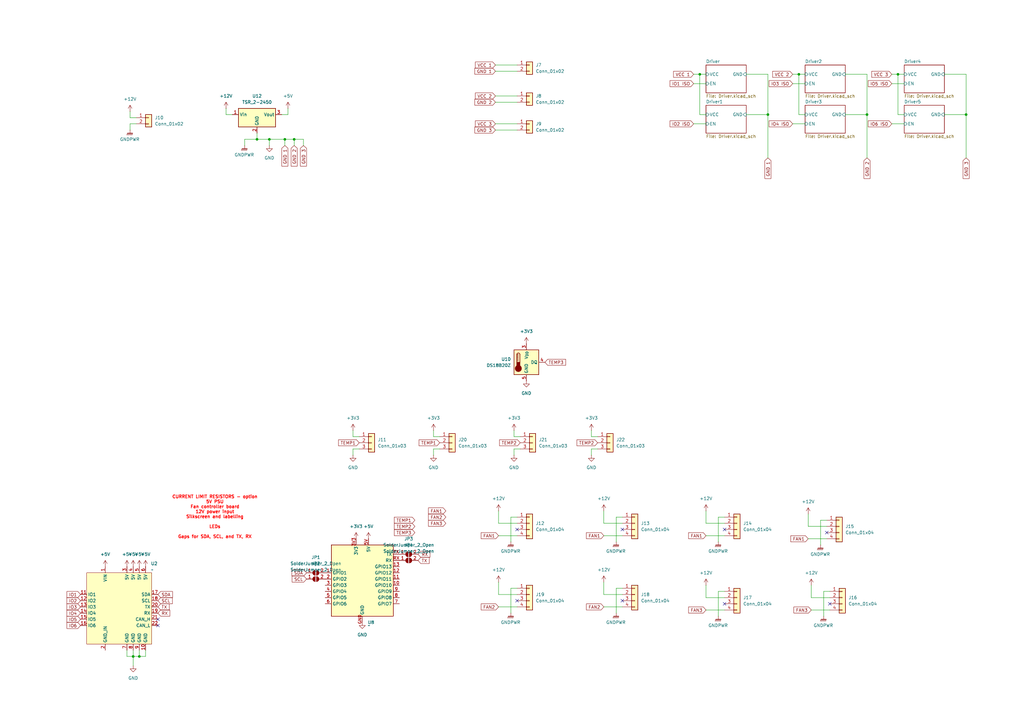
<source format=kicad_sch>
(kicad_sch (version 20231120) (generator "eeschema") (generator_version "8.0")
  (paper "A3")
  (lib_symbols
    (symbol "74xx:74LS04"
      (property "Reference" "U" (at 0 1.27 0))
      (property "Value" "74LS04" (at 0 -1.27 0))
      (symbol "74LS04_1_0"
        (polyline (pts (xy -3.81 3.81) (xy -3.81 -3.81) (xy 3.81 0) (xy -3.81 3.81)) (stroke (width 0.254)) (fill (type background)))
        (pin input line (at -7.62 0 0) (length 3.81) (name "~") (number "1"))
        (pin output inverted (at 7.62 0 180) (length 3.81) (name "~") (number "2"))
      )
      (symbol "74LS04_2_0"
        (polyline (pts (xy -3.81 3.81) (xy -3.81 -3.81) (xy 3.81 0) (xy -3.81 3.81)) (stroke (width 0.254)) (fill (type background)))
        (pin input line (at -7.62 0 0) (length 3.81) (name "~") (number "3"))
        (pin output inverted (at 7.62 0 180) (length 3.81) (name "~") (number "4"))
      )
      (symbol "74LS04_3_0"
        (polyline (pts (xy -3.81 3.81) (xy -3.81 -3.81) (xy 3.81 0) (xy -3.81 3.81)) (stroke (width 0.254)) (fill (type background)))
        (pin input line (at -7.62 0 0) (length 3.81) (name "~") (number "5"))
        (pin output inverted (at 7.62 0 180) (length 3.81) (name "~") (number "6"))
      )
      (symbol "74LS04_4_0"
        (polyline (pts (xy -3.81 3.81) (xy -3.81 -3.81) (xy 3.81 0) (xy -3.81 3.81)) (stroke (width 0.254)) (fill (type background)))
        (pin output inverted (at 7.62 0 180) (length 3.81) (name "~") (number "8"))
        (pin input line (at -7.62 0 0) (length 3.81) (name "~") (number "9"))
      )
      (symbol "74LS04_5_0"
        (polyline (pts (xy -3.81 3.81) (xy -3.81 -3.81) (xy 3.81 0) (xy -3.81 3.81)) (stroke (width 0.254)) (fill (type background)))
        (pin output inverted (at 7.62 0 180) (length 3.81) (name "~") (number "10"))
        (pin input line (at -7.62 0 0) (length 3.81) (name "~") (number "11"))
      )
      (symbol "74LS04_6_0"
        (polyline (pts (xy -3.81 3.81) (xy -3.81 -3.81) (xy 3.81 0) (xy -3.81 3.81)) (stroke (width 0.254)) (fill (type background)))
        (pin output inverted (at 7.62 0 180) (length 3.81) (name "~") (number "12"))
        (pin input line (at -7.62 0 0) (length 3.81) (name "~") (number "13"))
      )
      (symbol "74LS04_7_0"
        (pin power_in line (at 0 12.7 270) (length 5.08) (name "VCC") (number "14"))
        (pin power_in line (at 0 -12.7 90) (length 5.08) (name "GND") (number "7"))
      )
      (symbol "74LS04_7_1"
        (rectangle (start -5.08 7.62) (end 5.08 -7.62) (stroke (width 0.254)) (fill (type background)))
      )
    )
    (symbol "Connector_Generic:Conn_01x02" (pin_names (offset 1.016) hide)
      (property "Reference" "J" (at 0 2.54 0))
      (property "Value" "Conn_01x02" (at 0 -5.08 0))
      (symbol "Conn_01x02_1_1"
        (rectangle (start -1.27 -2.413) (end 0 -2.667) (stroke (width 0.1524)))
        (rectangle (start -1.27 0.127) (end 0 -0.127) (stroke (width 0.1524)))
        (rectangle (start -1.27 1.27) (end 1.27 -3.81) (stroke (width 0.254)) (fill (type background)))
        (pin passive line (at -5.08 0 0) (length 3.81) (name "Pin_1") (number "1"))
        (pin passive line (at -5.08 -2.54 0) (length 3.81) (name "Pin_2") (number "2"))
      )
    )
    (symbol "Connector_Generic:Conn_01x03" (pin_names (offset 1.016) hide)
      (property "Reference" "J" (at 0 5.08 0))
      (property "Value" "Conn_01x03" (at 0 -5.08 0))
      (symbol "Conn_01x03_1_1"
        (rectangle (start -1.27 -2.413) (end 0 -2.667) (stroke (width 0.1524)))
        (rectangle (start -1.27 0.127) (end 0 -0.127) (stroke (width 0.1524)))
        (rectangle (start -1.27 2.667) (end 0 2.413) (stroke (width 0.1524)))
        (rectangle (start -1.27 3.81) (end 1.27 -3.81) (stroke (width 0.254)) (fill (type background)))
        (pin passive line (at -5.08 2.54 0) (length 3.81) (name "Pin_1") (number "1"))
        (pin passive line (at -5.08 0 0) (length 3.81) (name "Pin_2") (number "2"))
        (pin passive line (at -5.08 -2.54 0) (length 3.81) (name "Pin_3") (number "3"))
      )
    )
    (symbol "Connector_Generic:Conn_01x04" (pin_names (offset 1.016) hide)
      (property "Reference" "J" (at 0 5.08 0))
      (property "Value" "Conn_01x04" (at 0 -7.62 0))
      (symbol "Conn_01x04_1_1"
        (rectangle (start -1.27 -4.953) (end 0 -5.207) (stroke (width 0.1524)))
        (rectangle (start -1.27 -2.413) (end 0 -2.667) (stroke (width 0.1524)))
        (rectangle (start -1.27 0.127) (end 0 -0.127) (stroke (width 0.1524)))
        (rectangle (start -1.27 2.667) (end 0 2.413) (stroke (width 0.1524)))
        (rectangle (start -1.27 3.81) (end 1.27 -6.35) (stroke (width 0.254)) (fill (type background)))
        (pin passive line (at -5.08 2.54 0) (length 3.81) (name "Pin_1") (number "1"))
        (pin passive line (at -5.08 0 0) (length 3.81) (name "Pin_2") (number "2"))
        (pin passive line (at -5.08 -2.54 0) (length 3.81) (name "Pin_3") (number "3"))
        (pin passive line (at -5.08 -5.08 0) (length 3.81) (name "Pin_4") (number "4"))
      )
    )
    (symbol "Isolator:LTV-827" (pin_names (offset 1.016))
      (property "Reference" "U" (at -5.08 5.08 0))
      (property "Value" "LTV-827" (at 0 5.08 0))
      (symbol "LTV-827_0_1"
        (rectangle (start -5.08 3.81) (end 5.08 -3.81) (stroke (width 0.254)) (fill (type background)))
        (polyline (pts (xy -3.175 -0.635) (xy -1.905 -0.635)) (stroke (width 0.254)))
        (polyline (pts (xy 2.54 0.635) (xy 4.445 2.54)))
        (polyline (pts (xy 4.445 -2.54) (xy 2.54 -0.635)) (fill (type outline)))
        (polyline (pts (xy 4.445 -2.54) (xy 5.08 -2.54)))
        (polyline (pts (xy 4.445 2.54) (xy 5.08 2.54)))
        (polyline (pts (xy -2.54 -0.635) (xy -2.54 -2.54) (xy -5.08 -2.54)))
        (polyline (pts (xy 2.54 1.905) (xy 2.54 -1.905) (xy 2.54 -1.905)) (stroke (width 0.508)))
        (polyline (pts (xy -5.08 2.54) (xy -2.54 2.54) (xy -2.54 -1.27) (xy -2.54 0.635)))
        (polyline (pts (xy -2.54 -0.635) (xy -3.175 0.635) (xy -1.905 0.635) (xy -2.54 -0.635)) (stroke (width 0.254)))
        (polyline (pts (xy -0.508 -0.508) (xy 0.762 -0.508) (xy 0.381 -0.635) (xy 0.381 -0.381) (xy 0.762 -0.508)))
        (polyline (pts (xy -0.508 0.508) (xy 0.762 0.508) (xy 0.381 0.381) (xy 0.381 0.635) (xy 0.762 0.508)))
        (polyline (pts (xy 3.048 -1.651) (xy 3.556 -1.143) (xy 4.064 -2.159) (xy 3.048 -1.651) (xy 3.048 -1.651)) (fill (type outline)))
      )
      (symbol "LTV-827_1_1"
        (pin passive line (at -7.62 2.54 0) (length 2.54) (name "~") (number "1"))
        (pin passive line (at -7.62 -2.54 0) (length 2.54) (name "~") (number "2"))
        (pin passive line (at 7.62 -2.54 180) (length 2.54) (name "~") (number "7"))
        (pin passive line (at 7.62 2.54 180) (length 2.54) (name "~") (number "8"))
      )
      (symbol "LTV-827_2_1"
        (pin passive line (at -7.62 2.54 0) (length 2.54) (name "~") (number "3"))
        (pin passive line (at -7.62 -2.54 0) (length 2.54) (name "~") (number "4"))
        (pin passive line (at 7.62 -2.54 180) (length 2.54) (name "~") (number "5"))
        (pin passive line (at 7.62 2.54 180) (length 2.54) (name "~") (number "6"))
      )
    )
    (symbol "Jumper:SolderJumper_2_Open" (pin_names (offset 0) hide)
      (property "Reference" "JP" (at 0 2.032 0))
      (property "Value" "SolderJumper_2_Open" (at 0 -2.54 0))
      (symbol "SolderJumper_2_Open_0_1"
        (arc (start -0.254 1.016) (mid -1.2656 0) (end -0.254 -1.016))
        (arc (start -0.254 1.016) (mid -1.2656 0) (end -0.254 -1.016) (fill (type outline)))
        (polyline (pts (xy -0.254 1.016) (xy -0.254 -1.016)))
        (polyline (pts (xy 0.254 1.016) (xy 0.254 -1.016)))
        (arc (start 0.254 -1.016) (mid 1.2656 0) (end 0.254 1.016))
        (arc (start 0.254 -1.016) (mid 1.2656 0) (end 0.254 1.016) (fill (type outline)))
      )
      (symbol "SolderJumper_2_Open_1_1"
        (pin passive line (at -3.81 0 0) (length 2.54) (name "A") (number "1"))
        (pin passive line (at 3.81 0 180) (length 2.54) (name "B") (number "2"))
      )
    )
    (symbol "MHCI:ESP32-S3-Zero"
      (property "Reference" "U" (at 0 0 0))
      (symbol "ESP32-S3-Zero_0_1"
        (rectangle (start -12.7 13.97) (end 12.7 -15.24) (stroke (width 0.254)) (fill (type background)))
      )
      (symbol "ESP32-S3-Zero_1_1"
        (pin bidirectional line (at -15.24 2.54 0) (length 2.54) (name "GPIO1") (number "1"))
        (pin bidirectional line (at 15.24 -2.54 180) (length 2.54) (name "GPIO10") (number "10"))
        (pin bidirectional line (at 15.24 0 180) (length 2.54) (name "GPIO11") (number "11"))
        (pin bidirectional line (at 15.24 2.54 180) (length 2.54) (name "GPIO12") (number "12"))
        (pin bidirectional line (at 15.24 5.08 180) (length 2.54) (name "GPIO13") (number "13"))
        (pin bidirectional line (at -15.24 0 0) (length 2.54) (name "GPIO2") (number "2"))
        (pin bidirectional line (at -15.24 -2.54 0) (length 2.54) (name "GPIO3") (number "3"))
        (pin power_in line (at -2.54 16.51 270) (length 2.54) (name "3V3") (number "3V3"))
        (pin bidirectional line (at -15.24 -5.08 0) (length 2.54) (name "GPIO4") (number "4"))
        (pin bidirectional line (at -15.24 -7.62 0) (length 2.54) (name "GPIO5") (number "5"))
        (pin power_in line (at 2.54 16.51 270) (length 2.54) (name "5V") (number "5V"))
        (pin bidirectional line (at -15.24 -10.16 0) (length 2.54) (name "GPIO6") (number "6"))
        (pin bidirectional line (at 15.24 -10.16 180) (length 2.54) (name "GPIO7") (number "7"))
        (pin bidirectional line (at 15.24 -7.62 180) (length 2.54) (name "GPIO8") (number "8"))
        (pin bidirectional line (at 15.24 -5.08 180) (length 2.54) (name "GPIO9") (number "9"))
        (pin power_in line (at 0 -17.78 90) (length 2.54) (name "GND") (number "GND"))
        (pin bidirectional line (at 15.24 7.62 180) (length 2.54) (name "RX") (number "RX"))
        (pin bidirectional line (at 15.24 10.16 180) (length 2.54) (name "TX") (number "TX"))
      )
    )
    (symbol "MHCI:MHCI-DMX"
      (property "Reference" "U" (at 0 0 0))
      (symbol "MHCI-DMX_1_1"
        (rectangle (start -12.7 -1.27) (end 13.97 -30.48) (fill (type background)))
        (pin power_in line (at -5.08 1.27 270) (length 2.54) (name "VIN") (number "1"))
        (pin power_out line (at 11.43 -33.02 90) (length 2.54) (name "GND") (number "10"))
        (pin bidirectional line (at -15.24 -10.16 0) (length 2.54) (name "IO1") (number "11"))
        (pin bidirectional line (at -15.24 -12.7 0) (length 2.54) (name "IO2") (number "12"))
        (pin bidirectional line (at -15.24 -15.24 0) (length 2.54) (name "IO3") (number "13"))
        (pin bidirectional line (at -15.24 -17.78 0) (length 2.54) (name "IO4") (number "14"))
        (pin bidirectional line (at -15.24 -20.32 0) (length 2.54) (name "IO5") (number "15"))
        (pin bidirectional line (at -15.24 -22.86 0) (length 2.54) (name "IO6") (number "16"))
        (pin bidirectional line (at 16.51 -10.16 180) (length 2.54) (name "SDA") (number "17"))
        (pin output line (at 16.51 -12.7 180) (length 2.54) (name "SCL") (number "18"))
        (pin input line (at 16.51 -17.78 180) (length 2.54) (name "RX") (number "19"))
        (pin power_in line (at -5.08 -33.02 90) (length 2.54) (name "GND_IN") (number "2"))
        (pin output line (at 16.51 -15.24 180) (length 2.54) (name "TX") (number "20"))
        (pin bidirectional line (at 16.51 -20.32 180) (length 2.54) (name "CAN_H") (number "21"))
        (pin bidirectional line (at 16.51 -22.86 180) (length 2.54) (name "CAN_L") (number "22"))
        (pin power_out line (at 3.81 1.27 270) (length 2.54) (name "5V") (number "3"))
        (pin power_out line (at 6.35 1.27 270) (length 2.54) (name "5V") (number "4"))
        (pin power_out line (at 8.89 1.27 270) (length 2.54) (name "5V") (number "5"))
        (pin power_out line (at 11.43 1.27 270) (length 2.54) (name "5V") (number "6"))
        (pin power_out line (at 3.81 -33.02 90) (length 2.54) (name "GND") (number "7"))
        (pin power_out line (at 6.35 -33.02 90) (length 2.54) (name "GND") (number "8"))
        (pin power_out line (at 8.89 -33.02 90) (length 2.54) (name "GND") (number "9"))
      )
    )
    (symbol "Regulator_Switching:TSR_1-2450"
      (property "Reference" "U" (at -7.62 6.35 0))
      (property "Value" "TSR_1-2450" (at -1.27 6.35 0))
      (symbol "TSR_1-2450_0_1"
        (rectangle (start -7.62 5.08) (end 7.62 -2.54) (stroke (width 0.254)) (fill (type background)))
      )
      (symbol "TSR_1-2450_1_1"
        (pin power_in line (at -10.16 2.54 0) (length 2.54) (name "Vin") (number "1"))
        (pin power_in line (at 0 -5.08 90) (length 2.54) (name "GND") (number "2"))
        (pin power_out line (at 10.16 2.54 180) (length 2.54) (name "Vout") (number "3"))
      )
    )
    (symbol "Sensor_Temperature:DS18B20Z"
      (property "Reference" "U" (at -3.81 6.35 0))
      (property "Value" "DS18B20Z" (at 5.08 6.35 0))
      (symbol "DS18B20Z_0_1"
        (rectangle (start -5.08 5.08) (end 5.08 -5.08) (stroke (width 0.254)) (fill (type background)))
        (circle (center -3.302 -2.54) (radius 1.27) (stroke (width 0.254)) (fill (type outline)))
        (rectangle (start -2.667 -1.905) (end -3.937 0) (stroke (width 0.254)) (fill (type outline)))
        (arc (start -2.667 3.175) (mid -3.302 3.8073) (end -3.937 3.175) (stroke (width 0.254)))
        (polyline (pts (xy -3.937 0.635) (xy -3.302 0.635)) (stroke (width 0.254)))
        (polyline (pts (xy -3.937 1.27) (xy -3.302 1.27)) (stroke (width 0.254)))
        (polyline (pts (xy -3.937 1.905) (xy -3.302 1.905)) (stroke (width 0.254)))
        (polyline (pts (xy -3.937 2.54) (xy -3.302 2.54)) (stroke (width 0.254)))
        (polyline (pts (xy -3.937 3.175) (xy -3.937 0)) (stroke (width 0.254)))
        (polyline (pts (xy -3.937 3.175) (xy -3.302 3.175)) (stroke (width 0.254)))
        (polyline (pts (xy -2.667 3.175) (xy -2.667 0)) (stroke (width 0.254)))
      )
      (symbol "DS18B20Z_1_1"
        (pin no_connect line (at -5.08 2.54 0) (length 2.54) hide (name "NC") (number "1"))
        (pin no_connect line (at -5.08 0 0) (length 2.54) hide (name "NC") (number "2"))
        (pin power_in line (at 0 7.62 270) (length 2.54) (name "V_{DD}") (number "3"))
        (pin bidirectional line (at 7.62 0 180) (length 2.54) (name "DQ") (number "4"))
        (pin power_in line (at 0 -7.62 90) (length 2.54) (name "GND") (number "5"))
        (pin no_connect line (at -5.08 -2.54 0) (length 2.54) hide (name "NC") (number "6"))
        (pin no_connect line (at 5.08 2.54 180) (length 2.54) hide (name "NC") (number "7"))
        (pin no_connect line (at 5.08 -2.54 180) (length 2.54) hide (name "NC") (number "8"))
      )
    )
    (symbol "power:+12V" (power) (pin_numbers hide) (pin_names (offset 0) hide)
      (property "Value" "+12V" (at 0 3.556 0))
      (symbol "+12V_0_1"
        (polyline (pts (xy -0.762 1.27) (xy 0 2.54)))
        (polyline (pts (xy 0 0) (xy 0 2.54)))
        (polyline (pts (xy 0 2.54) (xy 0.762 1.27)))
      )
      (symbol "+12V_1_1"
        (pin power_in line (at 0 0 90) (length 0) (name "~") (number "1"))
      )
    )
    (symbol "power:+3V3" (power) (pin_numbers hide) (pin_names (offset 0) hide)
      (property "Value" "+3V3" (at 0 3.556 0))
      (symbol "+3V3_0_1"
        (polyline (pts (xy -0.762 1.27) (xy 0 2.54)))
        (polyline (pts (xy 0 0) (xy 0 2.54)))
        (polyline (pts (xy 0 2.54) (xy 0.762 1.27)))
      )
      (symbol "+3V3_1_1"
        (pin power_in line (at 0 0 90) (length 0) (name "~") (number "1"))
      )
    )
    (symbol "power:+5V" (power) (pin_numbers hide) (pin_names (offset 0) hide)
      (property "Value" "+5V" (at 0 3.556 0))
      (symbol "+5V_0_1"
        (polyline (pts (xy -0.762 1.27) (xy 0 2.54)))
        (polyline (pts (xy 0 0) (xy 0 2.54)))
        (polyline (pts (xy 0 2.54) (xy 0.762 1.27)))
      )
      (symbol "+5V_1_1"
        (pin power_in line (at 0 0 90) (length 0) (name "~") (number "1"))
      )
    )
    (symbol "power:GND" (power) (pin_numbers hide) (pin_names (offset 0) hide)
      (property "Value" "GND" (at 0 -3.81 0))
      (symbol "GND_0_1"
        (polyline (pts (xy 0 0) (xy 0 -1.27) (xy 1.27 -1.27) (xy 0 -2.54) (xy -1.27 -1.27) (xy 0 -1.27)))
      )
      (symbol "GND_1_1"
        (pin power_in line (at 0 0 270) (length 0) (name "~") (number "1"))
      )
    )
    (symbol "power:GNDPWR" (power) (pin_numbers hide) (pin_names (offset 0) hide)
      (property "Value" "GNDPWR" (at 0 -3.302 0))
      (symbol "GNDPWR_0_1"
        (polyline (pts (xy 0 -1.27) (xy 0 0)))
        (polyline (pts (xy -1.016 -1.27) (xy -1.27 -2.032) (xy -1.27 -2.032)) (stroke (width 0.2032)))
        (polyline (pts (xy -0.508 -1.27) (xy -0.762 -2.032) (xy -0.762 -2.032)) (stroke (width 0.2032)))
        (polyline (pts (xy 0 -1.27) (xy -0.254 -2.032) (xy -0.254 -2.032)) (stroke (width 0.2032)))
        (polyline (pts (xy 0.508 -1.27) (xy 0.254 -2.032) (xy 0.254 -2.032)) (stroke (width 0.2032)))
        (polyline (pts (xy 1.016 -1.27) (xy -1.016 -1.27) (xy -1.016 -1.27)) (stroke (width 0.2032)))
        (polyline (pts (xy 1.016 -1.27) (xy 0.762 -2.032) (xy 0.762 -2.032) (xy 0.762 -2.032)) (stroke (width 0.2032)))
      )
      (symbol "GNDPWR_1_1"
        (pin power_in line (at 0 0 270) (length 0) (name "~") (number "1"))
      )
    )
  )
  (junction (at 327.66 30.48))
  (junction (at 314.96 46.99))
  (junction (at 368.3 30.48))
  (junction (at 120.65 57.15))
  (junction (at 57.15 269.24))
  (junction (at 110.49 57.15))
  (junction (at 116.84 57.15))
  (junction (at 287.02 30.48))
  (junction (at 54.61 269.24))
  (junction (at 396.24 46.99))
  (junction (at 105.41 57.15))
  (junction (at 355.6 46.99))
  (no_connect (at 212.09 217.17))
  (no_connect (at 297.18 247.65))
  (no_connect (at 339.09 218.44))
  (no_connect (at 255.27 217.17))
  (no_connect (at 212.09 246.38))
  (no_connect (at 340.36 247.65))
  (no_connect (at 64.77 256.54))
  (no_connect (at 297.18 217.17))
  (no_connect (at 64.77 254))
  (no_connect (at 255.27 246.38))
  (wire (pts (xy 325.12 30.48) (xy 327.66 30.48)))
  (wire (pts (xy 203.2 29.21) (xy 212.09 29.21)))
  (wire (pts (xy 396.24 46.99) (xy 396.24 64.77)))
  (wire (pts (xy 365.76 50.8) (xy 370.84 50.8)))
  (wire (pts (xy 210.82 184.15) (xy 210.82 186.69)))
  (wire (pts (xy 325.12 50.8) (xy 330.2 50.8)))
  (wire (pts (xy 100.33 59.69) (xy 100.33 57.15)))
  (wire (pts (xy 110.49 57.15) (xy 105.41 57.15)))
  (wire (pts (xy 339.09 215.9) (xy 331.47 215.9)))
  (wire (pts (xy 287.02 30.48) (xy 287.02 46.99)))
  (wire (pts (xy 294.64 222.25) (xy 294.64 212.09)))
  (wire (pts (xy 57.15 266.7) (xy 57.15 269.24)))
  (wire (pts (xy 294.64 212.09) (xy 297.18 212.09)))
  (wire (pts (xy 332.74 250.19) (xy 340.36 250.19)))
  (wire (pts (xy 252.73 241.3) (xy 255.27 241.3)))
  (wire (pts (xy 287.02 30.48) (xy 289.56 30.48)))
  (wire (pts (xy 387.35 30.48) (xy 396.24 30.48)))
  (wire (pts (xy 294.64 252.73) (xy 294.64 242.57)))
  (wire (pts (xy 289.56 214.63) (xy 289.56 209.55)))
  (wire (pts (xy 287.02 46.99) (xy 289.56 46.99)))
  (wire (pts (xy 203.2 41.91) (xy 212.09 41.91)))
  (wire (pts (xy 52.07 266.7) (xy 52.07 269.24)))
  (wire (pts (xy 212.09 214.63) (xy 204.47 214.63)))
  (wire (pts (xy 209.55 222.25) (xy 209.55 212.09)))
  (wire (pts (xy 209.55 212.09) (xy 212.09 212.09)))
  (wire (pts (xy 118.11 46.99) (xy 115.57 46.99)))
  (wire (pts (xy 100.33 57.15) (xy 105.41 57.15)))
  (wire (pts (xy 177.8 179.07) (xy 177.8 176.53)))
  (wire (pts (xy 144.78 184.15) (xy 144.78 186.69)))
  (wire (pts (xy 331.47 215.9) (xy 331.47 210.82)))
  (wire (pts (xy 59.69 269.24) (xy 57.15 269.24)))
  (wire (pts (xy 177.8 184.15) (xy 177.8 186.69)))
  (wire (pts (xy 53.34 48.26) (xy 53.34 45.72)))
  (wire (pts (xy 180.34 179.07) (xy 177.8 179.07)))
  (wire (pts (xy 289.56 219.71) (xy 297.18 219.71)))
  (wire (pts (xy 147.32 179.07) (xy 144.78 179.07)))
  (wire (pts (xy 92.71 46.99) (xy 95.25 46.99)))
  (wire (pts (xy 306.07 30.48) (xy 314.96 30.48)))
  (wire (pts (xy 365.76 30.48) (xy 368.3 30.48)))
  (wire (pts (xy 204.47 248.92) (xy 212.09 248.92)))
  (wire (pts (xy 314.96 46.99) (xy 314.96 64.77)))
  (wire (pts (xy 209.55 251.46) (xy 209.55 241.3)))
  (wire (pts (xy 336.55 223.52) (xy 336.55 213.36)))
  (wire (pts (xy 213.36 179.07) (xy 210.82 179.07)))
  (wire (pts (xy 284.48 30.48) (xy 287.02 30.48)))
  (wire (pts (xy 247.65 243.84) (xy 247.65 238.76)))
  (wire (pts (xy 368.3 30.48) (xy 368.3 46.99)))
  (wire (pts (xy 289.56 250.19) (xy 297.18 250.19)))
  (wire (pts (xy 252.73 222.25) (xy 252.73 212.09)))
  (wire (pts (xy 336.55 213.36) (xy 339.09 213.36)))
  (wire (pts (xy 255.27 243.84) (xy 247.65 243.84)))
  (wire (pts (xy 331.47 220.98) (xy 339.09 220.98)))
  (wire (pts (xy 120.65 57.15) (xy 116.84 57.15)))
  (wire (pts (xy 213.36 184.15) (xy 210.82 184.15)))
  (wire (pts (xy 247.65 248.92) (xy 255.27 248.92)))
  (wire (pts (xy 255.27 214.63) (xy 247.65 214.63)))
  (wire (pts (xy 327.66 46.99) (xy 330.2 46.99)))
  (wire (pts (xy 55.88 48.26) (xy 53.34 48.26)))
  (wire (pts (xy 116.84 57.15) (xy 110.49 57.15)))
  (wire (pts (xy 368.3 30.48) (xy 370.84 30.48)))
  (wire (pts (xy 147.32 184.15) (xy 144.78 184.15)))
  (wire (pts (xy 110.49 59.69) (xy 110.49 57.15)))
  (wire (pts (xy 54.61 269.24) (xy 54.61 273.05)))
  (wire (pts (xy 346.71 30.48) (xy 355.6 30.48)))
  (wire (pts (xy 144.78 179.07) (xy 144.78 176.53)))
  (wire (pts (xy 57.15 269.24) (xy 54.61 269.24)))
  (wire (pts (xy 53.34 50.8) (xy 55.88 50.8)))
  (wire (pts (xy 53.34 53.34) (xy 53.34 50.8)))
  (wire (pts (xy 368.3 46.99) (xy 370.84 46.99)))
  (wire (pts (xy 297.18 245.11) (xy 289.56 245.11)))
  (wire (pts (xy 116.84 59.69) (xy 116.84 57.15)))
  (wire (pts (xy 314.96 30.48) (xy 314.96 46.99)))
  (wire (pts (xy 204.47 219.71) (xy 212.09 219.71)))
  (wire (pts (xy 120.65 59.69) (xy 120.65 57.15)))
  (wire (pts (xy 297.18 214.63) (xy 289.56 214.63)))
  (wire (pts (xy 245.11 179.07) (xy 242.57 179.07)))
  (wire (pts (xy 355.6 46.99) (xy 355.6 64.77)))
  (wire (pts (xy 124.46 57.15) (xy 120.65 57.15)))
  (wire (pts (xy 209.55 241.3) (xy 212.09 241.3)))
  (wire (pts (xy 124.46 59.69) (xy 124.46 57.15)))
  (wire (pts (xy 204.47 214.63) (xy 204.47 209.55)))
  (wire (pts (xy 247.65 214.63) (xy 247.65 209.55)))
  (wire (pts (xy 337.82 252.73) (xy 337.82 242.57)))
  (wire (pts (xy 284.48 34.29) (xy 289.56 34.29)))
  (wire (pts (xy 242.57 179.07) (xy 242.57 176.53)))
  (wire (pts (xy 284.48 50.8) (xy 289.56 50.8)))
  (wire (pts (xy 210.82 179.07) (xy 210.82 176.53)))
  (wire (pts (xy 325.12 34.29) (xy 330.2 34.29)))
  (wire (pts (xy 289.56 245.11) (xy 289.56 240.03)))
  (wire (pts (xy 180.34 184.15) (xy 177.8 184.15)))
  (wire (pts (xy 247.65 219.71) (xy 255.27 219.71)))
  (wire (pts (xy 203.2 50.8) (xy 212.09 50.8)))
  (wire (pts (xy 52.07 269.24) (xy 54.61 269.24)))
  (wire (pts (xy 118.11 44.45) (xy 118.11 46.99)))
  (wire (pts (xy 252.73 212.09) (xy 255.27 212.09)))
  (wire (pts (xy 327.66 30.48) (xy 327.66 46.99)))
  (wire (pts (xy 203.2 39.37) (xy 212.09 39.37)))
  (wire (pts (xy 365.76 34.29) (xy 370.84 34.29)))
  (wire (pts (xy 59.69 266.7) (xy 59.69 269.24)))
  (wire (pts (xy 355.6 30.48) (xy 355.6 46.99)))
  (wire (pts (xy 387.35 46.99) (xy 396.24 46.99)))
  (wire (pts (xy 203.2 26.67) (xy 212.09 26.67)))
  (wire (pts (xy 327.66 30.48) (xy 330.2 30.48)))
  (wire (pts (xy 346.71 46.99) (xy 355.6 46.99)))
  (wire (pts (xy 204.47 243.84) (xy 204.47 238.76)))
  (wire (pts (xy 242.57 184.15) (xy 242.57 186.69)))
  (wire (pts (xy 340.36 245.11) (xy 332.74 245.11)))
  (wire (pts (xy 294.64 242.57) (xy 297.18 242.57)))
  (wire (pts (xy 212.09 243.84) (xy 204.47 243.84)))
  (wire (pts (xy 203.2 53.34) (xy 212.09 53.34)))
  (wire (pts (xy 105.41 57.15) (xy 105.41 54.61)))
  (wire (pts (xy 92.71 44.45) (xy 92.71 46.99)))
  (wire (pts (xy 337.82 242.57) (xy 340.36 242.57)))
  (wire (pts (xy 306.07 46.99) (xy 314.96 46.99)))
  (wire (pts (xy 245.11 184.15) (xy 242.57 184.15)))
  (wire (pts (xy 332.74 245.11) (xy 332.74 240.03)))
  (wire (pts (xy 396.24 30.48) (xy 396.24 46.99)))
  (wire (pts (xy 252.73 251.46) (xy 252.73 241.3)))
  (wire (pts (xy 54.61 266.7) (xy 54.61 269.24)))
  (text "CURRENT LIMIT RESISTORS - option\n5V PSU\nFan controller board\n12V power input\nSilkscreen and labelling\n\nLEDs\n\nGaps for SDA, SCL, and TX, RX" (at 88.138 212.09 0) (effects (font (size 1.27 1.27) (thickness 0.254) (bold yes))))
  (global_label "FAN1" (shape input) (at 182.88 209.55 180) (property "Intersheetrefs" "${INTERSHEET_REFS}" (effects (hide yes))))
  (global_label "SDA" (shape input) (at 64.77 243.84 0) (property "Intersheetrefs" "${INTERSHEET_REFS}" (effects (hide yes))))
  (global_label "IO1 ISO" (shape input) (at 284.48 34.29 180) (property "Intersheetrefs" "${INTERSHEET_REFS}" (effects (hide yes))))
  (global_label "FAN3" (shape input) (at 332.74 250.19 180) (property "Intersheetrefs" "${INTERSHEET_REFS}" (effects (hide yes))))
  (global_label "IO5" (shape input) (at 33.02 254 180) (property "Intersheetrefs" "${INTERSHEET_REFS}" (effects (hide yes))))
  (global_label "FAN2" (shape input) (at 182.88 212.09 180) (property "Intersheetrefs" "${INTERSHEET_REFS}" (effects (hide yes))))
  (global_label "FAN3" (shape input) (at 289.56 250.19 180) (property "Intersheetrefs" "${INTERSHEET_REFS}" (effects (hide yes))))
  (global_label "FAN1" (shape input) (at 331.47 220.98 180) (property "Intersheetrefs" "${INTERSHEET_REFS}" (effects (hide yes))))
  (global_label "TEMP2" (shape input) (at 245.11 181.61 180) (property "Intersheetrefs" "${INTERSHEET_REFS}" (effects (hide yes))))
  (global_label "GND 3" (shape input) (at 203.2 53.34 180) (property "Intersheetrefs" "${INTERSHEET_REFS}" (effects (hide yes))))
  (global_label "VCC 1" (shape input) (at 203.2 26.67 180) (property "Intersheetrefs" "${INTERSHEET_REFS}" (effects (hide yes))))
  (global_label "IO6 ISO" (shape input) (at 365.76 50.8 180) (property "Intersheetrefs" "${INTERSHEET_REFS}" (effects (hide yes))))
  (global_label "TEMP2" (shape input) (at 170.18 215.9 180) (property "Intersheetrefs" "${INTERSHEET_REFS}" (effects (hide yes))))
  (global_label "IO4 ISO" (shape input) (at 325.12 50.8 180) (property "Intersheetrefs" "${INTERSHEET_REFS}" (effects (hide yes))))
  (global_label "FAN1" (shape input) (at 289.56 219.71 180) (property "Intersheetrefs" "${INTERSHEET_REFS}" (effects (hide yes))))
  (global_label "FAN2" (shape input) (at 204.47 248.92 180) (property "Intersheetrefs" "${INTERSHEET_REFS}" (effects (hide yes))))
  (global_label "VCC 3" (shape input) (at 365.76 30.48 180) (property "Intersheetrefs" "${INTERSHEET_REFS}" (effects (hide yes))))
  (global_label "IO3 ISO" (shape input) (at 325.12 34.29 180) (property "Intersheetrefs" "${INTERSHEET_REFS}" (effects (hide yes))))
  (global_label "GND 1" (shape input) (at 203.2 29.21 180) (property "Intersheetrefs" "${INTERSHEET_REFS}" (effects (hide yes))))
  (global_label "GND 1" (shape input) (at 314.96 64.77 270) (property "Intersheetrefs" "${INTERSHEET_REFS}" (effects (hide yes))))
  (global_label "IO2" (shape input) (at 33.02 246.38 180) (property "Intersheetrefs" "${INTERSHEET_REFS}" (effects (hide yes))))
  (global_label "IO4" (shape input) (at 33.02 251.46 180) (property "Intersheetrefs" "${INTERSHEET_REFS}" (effects (hide yes))))
  (global_label "RX" (shape input) (at 171.45 227.33 0) (property "Intersheetrefs" "${INTERSHEET_REFS}" (effects (hide yes))))
  (global_label "GND 2" (shape input) (at 120.65 59.69 270) (property "Intersheetrefs" "${INTERSHEET_REFS}" (effects (hide yes))))
  (global_label "VCC 2" (shape input) (at 325.12 30.48 180) (property "Intersheetrefs" "${INTERSHEET_REFS}" (effects (hide yes))))
  (global_label "TEMP3" (shape input) (at 170.18 218.44 180) (property "Intersheetrefs" "${INTERSHEET_REFS}" (effects (hide yes))))
  (global_label "IO1" (shape input) (at 33.02 243.84 180) (property "Intersheetrefs" "${INTERSHEET_REFS}" (effects (hide yes))))
  (global_label "GND 3" (shape input) (at 396.24 64.77 270) (property "Intersheetrefs" "${INTERSHEET_REFS}" (effects (hide yes))))
  (global_label "IO2 ISO" (shape input) (at 284.48 50.8 180) (property "Intersheetrefs" "${INTERSHEET_REFS}" (effects (hide yes))))
  (global_label "RX" (shape input) (at 64.77 251.46 0) (property "Intersheetrefs" "${INTERSHEET_REFS}" (effects (hide yes))))
  (global_label "FAN1" (shape input) (at 204.47 219.71 180) (property "Intersheetrefs" "${INTERSHEET_REFS}" (effects (hide yes))))
  (global_label "GND 1" (shape input) (at 116.84 59.69 270) (property "Intersheetrefs" "${INTERSHEET_REFS}" (effects (hide yes))))
  (global_label "TX" (shape input) (at 64.77 248.92 0) (property "Intersheetrefs" "${INTERSHEET_REFS}" (effects (hide yes))))
  (global_label "FAN1" (shape input) (at 247.65 219.71 180) (property "Intersheetrefs" "${INTERSHEET_REFS}" (effects (hide yes))))
  (global_label "VCC 3" (shape input) (at 203.2 50.8 180) (property "Intersheetrefs" "${INTERSHEET_REFS}" (effects (hide yes))))
  (global_label "FAN2" (shape input) (at 247.65 248.92 180) (property "Intersheetrefs" "${INTERSHEET_REFS}" (effects (hide yes))))
  (global_label "TEMP2" (shape input) (at 213.36 181.61 180) (property "Intersheetrefs" "${INTERSHEET_REFS}" (effects (hide yes))))
  (global_label "TEMP1" (shape input) (at 170.18 213.36 180) (property "Intersheetrefs" "${INTERSHEET_REFS}" (effects (hide yes))))
  (global_label "VCC 1" (shape input) (at 284.48 30.48 180) (property "Intersheetrefs" "${INTERSHEET_REFS}" (effects (hide yes))))
  (global_label "TX" (shape input) (at 171.45 229.87 0) (property "Intersheetrefs" "${INTERSHEET_REFS}" (effects (hide yes))))
  (global_label "SCL" (shape input) (at 64.77 246.38 0) (property "Intersheetrefs" "${INTERSHEET_REFS}" (effects (hide yes))))
  (global_label "GND 3" (shape input) (at 124.46 59.69 270) (property "Intersheetrefs" "${INTERSHEET_REFS}" (effects (hide yes))))
  (global_label "VCC 2" (shape input) (at 203.2 39.37 180) (property "Intersheetrefs" "${INTERSHEET_REFS}" (effects (hide yes))))
  (global_label "TEMP1" (shape input) (at 180.34 181.61 180) (property "Intersheetrefs" "${INTERSHEET_REFS}" (effects (hide yes))))
  (global_label "GND 2" (shape input) (at 355.6 64.77 270) (property "Intersheetrefs" "${INTERSHEET_REFS}" (effects (hide yes))))
  (global_label "IO5 ISO" (shape input) (at 365.76 34.29 180) (property "Intersheetrefs" "${INTERSHEET_REFS}" (effects (hide yes))))
  (global_label "TEMP3" (shape input) (at 223.52 148.59 0) (property "Intersheetrefs" "${INTERSHEET_REFS}" (effects (hide yes))))
  (global_label "IO3" (shape input) (at 33.02 248.92 180) (property "Intersheetrefs" "${INTERSHEET_REFS}" (effects (hide yes))))
  (global_label "TEMP1" (shape input) (at 147.32 181.61 180) (property "Intersheetrefs" "${INTERSHEET_REFS}" (effects (hide yes))))
  (global_label "SDA" (shape input) (at 125.73 234.95 180) (property "Intersheetrefs" "${INTERSHEET_REFS}" (effects (hide yes))))
  (global_label "FAN3" (shape input) (at 182.88 214.63 180) (property "Intersheetrefs" "${INTERSHEET_REFS}" (effects (hide yes))))
  (global_label "SCL" (shape input) (at 125.73 237.49 180) (property "Intersheetrefs" "${INTERSHEET_REFS}" (effects (hide yes))))
  (global_label "GND 2" (shape input) (at 203.2 41.91 180) (property "Intersheetrefs" "${INTERSHEET_REFS}" (effects (hide yes))))
  (global_label "IO6" (shape input) (at 33.02 256.54 180) (property "Intersheetrefs" "${INTERSHEET_REFS}" (effects (hide yes))))
  (symbol (lib_id "power:+12V") (at 289.56 240.03 0) (unit 1)
    (property "Reference" "#PWR020" (effects (hide yes)))
    (property "Value" "+12V" (at 289.56 234.95 0))
    (property "Description" "Power symbol creates a global label with name \"+12V\"" (effects (hide yes)))
  )
  (symbol (lib_id "power:+12V") (at 53.34 45.72 0) (unit 1)
    (property "Reference" "#PWR06" (effects (hide yes)))
    (property "Value" "+12V" (at 53.34 40.64 0))
    (property "Description" "Power symbol creates a global label with name \"+12V\"" (effects (hide yes)))
  )
  (symbol (lib_id "power:+3V3") (at 146.05 220.98 0) (unit 1)
    (property "Reference" "#PWR03" (effects (hide yes)))
    (property "Value" "+3V3" (at 146.05 215.9 0))
    (property "Description" "Power symbol creates a global label with name \"+3V3\"" (effects (hide yes)))
  )
  (symbol (lib_id "power:GND") (at 210.82 186.69 0) (unit 1)
    (property "Reference" "#PWR029" (effects (hide yes)))
    (property "Value" "GND" (at 210.82 191.77 0))
    (property "Description" "Power symbol creates a global label with name \"GND\" , ground" (effects (hide yes)))
  )
  (symbol (lib_id "Connector_Generic:Conn_01x03") (at 185.42 181.61 0) (unit 1)
    (property "Reference" "J20" (at 187.96 180.3399 0) (effects (justify left)))
    (property "Value" "Conn_01x03" (at 187.96 182.8799 0) (effects (justify left)))
    (property "Footprint" "Connector_PinHeader_2.54mm:PinHeader_1x03_P2.54mm_Vertical" (effects (hide yes)))
    (property "Description" "Generic connector, single row, 01x03, script generated (kicad-library-utils/schlib/autogen/connector/)" (effects (hide yes)))
  )
  (symbol (lib_id "Connector_Generic:Conn_01x04") (at 302.26 245.11 0) (unit 1)
    (property "Reference" "J17" (at 304.8 245.1099 0) (effects (justify left)))
    (property "Value" "Conn_01x04" (at 304.8 247.6499 0) (effects (justify left)))
    (property "Footprint" "Connector_PinHeader_2.54mm:PinHeader_1x04_P2.54mm_Vertical" (effects (hide yes)))
    (property "Description" "Generic connector, single row, 01x04, script generated (kicad-library-utils/schlib/autogen/connector/)" (effects (hide yes)))
  )
  (symbol (lib_id "Isolator:LTV-827") (at 401.32 -66.04 0) (unit 2)
    (property "Reference" "U9" (at 401.32 -74.93 0))
    (property "Value" "LTV-827" (at 401.32 -72.39 0))
    (property "Footprint" "Package_DIP:DIP-8_W7.62mm_Socket" (effects (hide yes)))
    (property "Datasheet" "http://optoelectronics.liteon.com/upload/download/DS-70-96-0016/LTV-8X7%20series%20201610%20.pdf" (effects (hide yes)))
    (property "Description" "Dual DC Optocoupler, Vce 35V, CTR 50%, DIP-8" (effects (hide yes)))
  )
  (symbol (lib_id "74xx:74LS04") (at 434.34 -109.22 0) (unit 1)
    (property "Reference" "U11" (at 434.34 -118.11 0))
    (property "Value" "74LS04" (at 434.34 -115.57 0))
    (property "Footprint" "Package_DIP:DIP-14_W7.62mm_Socket" (effects (hide yes)))
    (property "Datasheet" "http://www.ti.com/lit/gpn/sn74LS04" (effects (hide yes)))
    (property "Description" "Hex Inverter" (effects (hide yes)))
  )
  (symbol (lib_id "power:+5V") (at 151.13 220.98 0) (unit 1)
    (property "Reference" "#PWR09" (effects (hide yes)))
    (property "Value" "+5V" (at 151.13 215.9 0))
    (property "Description" "Power symbol creates a global label with name \"+5V\"" (effects (hide yes)))
  )
  (symbol (lib_id "Connector_Generic:Conn_01x04") (at 217.17 243.84 0) (unit 1)
    (property "Reference" "J19" (at 219.71 243.8399 0) (effects (justify left)))
    (property "Value" "Conn_01x04" (at 219.71 246.3799 0) (effects (justify left)))
    (property "Footprint" "Connector_PinHeader_2.54mm:PinHeader_1x04_P2.54mm_Vertical" (effects (hide yes)))
    (property "Description" "Generic connector, single row, 01x04, script generated (kicad-library-utils/schlib/autogen/connector/)" (effects (hide yes)))
  )
  (symbol (lib_id "power:GNDPWR") (at 294.64 222.25 0) (unit 1)
    (property "Reference" "#PWR015" (effects (hide yes)))
    (property "Value" "GNDPWR" (at 294.513 226.06 0))
    (property "Description" "Power symbol creates a global label with name \"GNDPWR\" , global ground" (effects (hide yes)))
  )
  (symbol (lib_id "power:GND") (at 177.8 186.69 0) (unit 1)
    (property "Reference" "#PWR027" (effects (hide yes)))
    (property "Value" "GND" (at 177.8 191.77 0))
    (property "Description" "Power symbol creates a global label with name \"GND\" , ground" (effects (hide yes)))
  )
  (symbol (lib_id "power:+12V") (at 331.47 210.82 0) (unit 1)
    (property "Reference" "#PWR016" (effects (hide yes)))
    (property "Value" "+12V" (at 331.47 205.74 0))
    (property "Description" "Power symbol creates a global label with name \"+12V\"" (effects (hide yes)))
  )
  (symbol (lib_id "74xx:74LS04") (at 434.34 -93.98 0) (unit 2)
    (property "Reference" "U11" (at 434.34 -102.87 0))
    (property "Value" "74LS04" (at 434.34 -100.33 0))
    (property "Footprint" "Package_DIP:DIP-14_W7.62mm_Socket" (effects (hide yes)))
    (property "Datasheet" "http://www.ti.com/lit/gpn/sn74LS04" (effects (hide yes)))
    (property "Description" "Hex Inverter" (effects (hide yes)))
  )
  (symbol (lib_id "Jumper:SolderJumper_2_Open") (at 129.54 237.49 0) (unit 1)
    (property "Reference" "JP2" (at 129.54 231.14 0))
    (property "Value" "SolderJumper_2_Open" (at 129.54 233.68 0))
    (property "Footprint" "Jumper:SolderJumper-2_P1.3mm_Open_RoundedPad1.0x1.5mm" (effects (hide yes)))
    (property "Description" "Solder Jumper, 2-pole, open" (effects (hide yes)))
  )
  (symbol (lib_id "power:GNDPWR") (at 337.82 252.73 0) (unit 1)
    (property "Reference" "#PWR025" (effects (hide yes)))
    (property "Value" "GNDPWR" (at 337.693 256.54 0))
    (property "Description" "Power symbol creates a global label with name \"GNDPWR\" , global ground" (effects (hide yes)))
  )
  (symbol (lib_id "power:+3V3") (at 210.82 176.53 0) (unit 1)
    (property "Reference" "#PWR028" (effects (hide yes)))
    (property "Value" "+3V3" (at 210.82 171.45 0))
    (property "Description" "Power symbol creates a global label with name \"+3V3\"" (effects (hide yes)))
  )
  (symbol (lib_id "power:+5V") (at 57.15 232.41 0) (unit 1)
    (property "Reference" "#PWR040" (effects (hide yes)))
    (property "Value" "+5V" (at 57.15 227.33 0))
    (property "Description" "Power symbol creates a global label with name \"+5V\"" (effects (hide yes)))
  )
  (symbol (lib_id "Sensor_Temperature:DS18B20Z") (at 215.9 148.59 0) (unit 1)
    (property "Reference" "U10" (at 209.55 147.3199 0) (effects (justify right)))
    (property "Value" "DS18B20Z" (at 209.55 149.8599 0) (effects (justify right)))
    (property "Footprint" "Package_SO:SOIC-8_3.9x4.9mm_P1.27mm" (effects (hide yes)))
    (property "Datasheet" "http://datasheets.maximintegrated.com/en/ds/DS18B20.pdf" (effects (hide yes)))
    (property "Description" "Programmable Resolution 1-Wire Digital Thermometer SOIC-8" (effects (hide yes)))
  )
  (symbol (lib_id "power:+12V") (at 332.74 240.03 0) (unit 1)
    (property "Reference" "#PWR021" (effects (hide yes)))
    (property "Value" "+12V" (at 332.74 234.95 0))
    (property "Description" "Power symbol creates a global label with name \"+12V\"" (effects (hide yes)))
  )
  (symbol (lib_id "Connector_Generic:Conn_01x02") (at 217.17 26.67 0) (unit 1)
    (property "Reference" "J7" (at 219.71 26.6699 0) (effects (justify left)))
    (property "Value" "Conn_01x02" (at 219.71 29.2099 0) (effects (justify left)))
    (property "Footprint" "MHCI:2060-452-998-404 Wago" (effects (hide yes)))
    (property "Description" "Generic connector, single row, 01x02, script generated (kicad-library-utils/schlib/autogen/connector/)" (effects (hide yes)))
  )
  (symbol (lib_id "power:GNDPWR") (at 53.34 53.34 0) (unit 1)
    (property "Reference" "#PWR07" (effects (hide yes)))
    (property "Value" "GNDPWR" (at 53.213 57.15 0))
    (property "Description" "Power symbol creates a global label with name \"GNDPWR\" , global ground" (effects (hide yes)))
  )
  (symbol (lib_id "Connector_Generic:Conn_01x04") (at 344.17 215.9 0) (unit 1)
    (property "Reference" "J15" (at 346.71 215.8999 0) (effects (justify left)))
    (property "Value" "Conn_01x04" (at 346.71 218.4399 0) (effects (justify left)))
    (property "Footprint" "Connector_PinHeader_2.54mm:PinHeader_1x04_P2.54mm_Vertical" (effects (hide yes)))
    (property "Description" "Generic connector, single row, 01x04, script generated (kicad-library-utils/schlib/autogen/connector/)" (effects (hide yes)))
  )
  (symbol (lib_id "power:+3V3") (at 177.8 176.53 0) (unit 1)
    (property "Reference" "#PWR026" (effects (hide yes)))
    (property "Value" "+3V3" (at 177.8 171.45 0))
    (property "Description" "Power symbol creates a global label with name \"+3V3\"" (effects (hide yes)))
  )
  (symbol (lib_id "power:+3V3") (at 242.57 176.53 0) (unit 1)
    (property "Reference" "#PWR030" (effects (hide yes)))
    (property "Value" "+3V3" (at 242.57 171.45 0))
    (property "Description" "Power symbol creates a global label with name \"+3V3\"" (effects (hide yes)))
  )
  (symbol (lib_id "Connector_Generic:Conn_01x02") (at 217.17 39.37 0) (unit 1)
    (property "Reference" "J8" (at 219.71 39.3699 0) (effects (justify left)))
    (property "Value" "Conn_01x02" (at 219.71 41.9099 0) (effects (justify left)))
    (property "Footprint" "MHCI:2060-452-998-404 Wago" (effects (hide yes)))
    (property "Description" "Generic connector, single row, 01x02, script generated (kicad-library-utils/schlib/autogen/connector/)" (effects (hide yes)))
  )
  (symbol (lib_id "MHCI:MHCI-DMX") (at 48.26 233.68 0) (unit 1)
    (property "Reference" "U2" (at 61.8841 231.14 0) (effects (justify left)))
    (property "Value" "~" (at 61.8841 233.68 0) (effects (justify left)))
    (property "Footprint" "MHCI:MHCI-DMX" (effects (hide yes)))
  )
  (symbol (lib_id "power:GNDPWR") (at 252.73 222.25 0) (unit 1)
    (property "Reference" "#PWR013" (effects (hide yes)))
    (property "Value" "GNDPWR" (at 252.603 226.06 0))
    (property "Description" "Power symbol creates a global label with name \"GNDPWR\" , global ground" (effects (hide yes)))
  )
  (symbol (lib_id "74xx:74LS04") (at 464.82 -96.52 0) (unit 7)
    (property "Reference" "U11" (at 471.17 -97.7901 0) (effects (justify left)))
    (property "Value" "74LS04" (at 471.17 -95.2501 0) (effects (justify left)))
    (property "Footprint" "Package_DIP:DIP-14_W7.62mm_Socket" (effects (hide yes)))
    (property "Datasheet" "http://www.ti.com/lit/gpn/sn74LS04" (effects (hide yes)))
    (property "Description" "Hex Inverter" (effects (hide yes)))
  )
  (symbol (lib_id "Connector_Generic:Conn_01x04") (at 302.26 214.63 0) (unit 1)
    (property "Reference" "J14" (at 304.8 214.6299 0) (effects (justify left)))
    (property "Value" "Conn_01x04" (at 304.8 217.1699 0) (effects (justify left)))
    (property "Footprint" "Connector_PinHeader_2.54mm:PinHeader_1x04_P2.54mm_Vertical" (effects (hide yes)))
    (property "Description" "Generic connector, single row, 01x04, script generated (kicad-library-utils/schlib/autogen/connector/)" (effects (hide yes)))
  )
  (symbol (lib_id "power:GNDPWR") (at 294.64 252.73 0) (unit 1)
    (property "Reference" "#PWR024" (effects (hide yes)))
    (property "Value" "GNDPWR" (at 294.513 256.54 0))
    (property "Description" "Power symbol creates a global label with name \"GNDPWR\" , global ground" (effects (hide yes)))
  )
  (symbol (lib_id "Jumper:SolderJumper_2_Open") (at 129.54 234.95 0) (unit 1)
    (property "Reference" "JP1" (at 129.54 228.6 0))
    (property "Value" "SolderJumper_2_Open" (at 129.54 231.14 0))
    (property "Footprint" "Jumper:SolderJumper-2_P1.3mm_Open_RoundedPad1.0x1.5mm" (effects (hide yes)))
    (property "Description" "Solder Jumper, 2-pole, open" (effects (hide yes)))
  )
  (symbol (lib_id "Connector_Generic:Conn_01x04") (at 260.35 243.84 0) (unit 1)
    (property "Reference" "J18" (at 262.89 243.8399 0) (effects (justify left)))
    (property "Value" "Conn_01x04" (at 262.89 246.3799 0) (effects (justify left)))
    (property "Footprint" "Connector_PinHeader_2.54mm:PinHeader_1x04_P2.54mm_Vertical" (effects (hide yes)))
    (property "Description" "Generic connector, single row, 01x04, script generated (kicad-library-utils/schlib/autogen/connector/)" (effects (hide yes)))
  )
  (symbol (lib_id "power:+5V") (at 43.18 232.41 0) (unit 1)
    (property "Reference" "#PWR02" (effects (hide yes)))
    (property "Value" "+5V" (at 43.18 227.33 0))
    (property "Description" "Power symbol creates a global label with name \"+5V\"" (effects (hide yes)))
  )
  (symbol (lib_id "Connector_Generic:Conn_01x04") (at 345.44 245.11 0) (unit 1)
    (property "Reference" "J16" (at 347.98 245.1099 0) (effects (justify left)))
    (property "Value" "Conn_01x04" (at 347.98 247.6499 0) (effects (justify left)))
    (property "Footprint" "Connector_PinHeader_2.54mm:PinHeader_1x04_P2.54mm_Vertical" (effects (hide yes)))
    (property "Description" "Generic connector, single row, 01x04, script generated (kicad-library-utils/schlib/autogen/connector/)" (effects (hide yes)))
  )
  (symbol (lib_id "power:+12V") (at 92.71 44.45 0) (unit 1)
    (property "Reference" "#PWR034" (effects (hide yes)))
    (property "Value" "+12V" (at 92.71 39.37 0))
    (property "Description" "Power symbol creates a global label with name \"+12V\"" (effects (hide yes)))
  )
  (symbol (lib_id "power:GNDPWR") (at 209.55 222.25 0) (unit 1)
    (property "Reference" "#PWR011" (effects (hide yes)))
    (property "Value" "GNDPWR" (at 209.423 226.06 0))
    (property "Description" "Power symbol creates a global label with name \"GNDPWR\" , global ground" (effects (hide yes)))
  )
  (symbol (lib_id "power:GND") (at 148.59 255.27 0) (unit 1)
    (property "Reference" "#PWR010" (effects (hide yes)))
    (property "Value" "GND" (at 148.59 260.35 0))
    (property "Description" "Power symbol creates a global label with name \"GND\" , ground" (effects (hide yes)))
  )
  (symbol (lib_id "power:+3V3") (at 215.9 140.97 0) (unit 1)
    (property "Reference" "#PWR032" (effects (hide yes)))
    (property "Value" "+3V3" (at 215.9 135.89 0))
    (property "Description" "Power symbol creates a global label with name \"+3V3\"" (effects (hide yes)))
  )
  (symbol (lib_id "Connector_Generic:Conn_01x02") (at 217.17 50.8 0) (unit 1)
    (property "Reference" "J9" (at 219.71 50.7999 0) (effects (justify left)))
    (property "Value" "Conn_01x02" (at 219.71 53.3399 0) (effects (justify left)))
    (property "Footprint" "MHCI:2060-452-998-404 Wago" (effects (hide yes)))
    (property "Description" "Generic connector, single row, 01x02, script generated (kicad-library-utils/schlib/autogen/connector/)" (effects (hide yes)))
  )
  (symbol (lib_id "Connector_Generic:Conn_01x03") (at 152.4 181.61 0) (unit 1)
    (property "Reference" "J11" (at 154.94 180.3399 0) (effects (justify left)))
    (property "Value" "Conn_01x03" (at 154.94 182.8799 0) (effects (justify left)))
    (property "Footprint" "Connector_PinHeader_2.54mm:PinHeader_1x03_P2.54mm_Vertical" (effects (hide yes)))
    (property "Description" "Generic connector, single row, 01x03, script generated (kicad-library-utils/schlib/autogen/connector/)" (effects (hide yes)))
  )
  (symbol (lib_id "power:GND") (at 110.49 59.69 0) (unit 1)
    (property "Reference" "#PWR036" (effects (hide yes)))
    (property "Value" "GND" (at 110.49 64.77 0))
    (property "Description" "Power symbol creates a global label with name \"GND\" , ground" (effects (hide yes)))
  )
  (symbol (lib_id "74xx:74LS04") (at 434.34 -78.74 0) (unit 3)
    (property "Reference" "U11" (at 434.34 -87.63 0))
    (property "Value" "74LS04" (at 434.34 -85.09 0))
    (property "Footprint" "Package_DIP:DIP-14_W7.62mm_Socket" (effects (hide yes)))
    (property "Datasheet" "http://www.ti.com/lit/gpn/sn74LS04" (effects (hide yes)))
    (property "Description" "Hex Inverter" (effects (hide yes)))
  )
  (symbol (lib_id "power:+5V") (at 52.07 232.41 0) (unit 1)
    (property "Reference" "#PWR038" (effects (hide yes)))
    (property "Value" "+5V" (at 52.07 227.33 0))
    (property "Description" "Power symbol creates a global label with name \"+5V\"" (effects (hide yes)))
  )
  (symbol (lib_id "74xx:74LS04") (at 434.34 -31.75 0) (unit 6)
    (property "Reference" "U11" (at 434.34 -40.64 0))
    (property "Value" "74LS04" (at 434.34 -38.1 0))
    (property "Footprint" "Package_DIP:DIP-14_W7.62mm_Socket" (effects (hide yes)))
    (property "Datasheet" "http://www.ti.com/lit/gpn/sn74LS04" (effects (hide yes)))
    (property "Description" "Hex Inverter" (effects (hide yes)))
  )
  (symbol (lib_id "power:GND") (at 242.57 186.69 0) (unit 1)
    (property "Reference" "#PWR031" (effects (hide yes)))
    (property "Value" "GND" (at 242.57 191.77 0))
    (property "Description" "Power symbol creates a global label with name \"GND\" , ground" (effects (hide yes)))
  )
  (symbol (lib_id "Connector_Generic:Conn_01x03") (at 218.44 181.61 0) (unit 1)
    (property "Reference" "J21" (at 220.98 180.3399 0) (effects (justify left)))
    (property "Value" "Conn_01x03" (at 220.98 182.8799 0) (effects (justify left)))
    (property "Footprint" "Connector_PinHeader_2.54mm:PinHeader_1x03_P2.54mm_Vertical" (effects (hide yes)))
    (property "Description" "Generic connector, single row, 01x03, script generated (kicad-library-utils/schlib/autogen/connector/)" (effects (hide yes)))
  )
  (symbol (lib_id "power:GNDPWR") (at 100.33 59.69 0) (unit 1)
    (property "Reference" "#PWR035" (effects (hide yes)))
    (property "Value" "GNDPWR" (at 100.203 63.5 0))
    (property "Description" "Power symbol creates a global label with name \"GNDPWR\" , global ground" (effects (hide yes)))
  )
  (symbol (lib_id "power:+12V") (at 247.65 238.76 0) (unit 1)
    (property "Reference" "#PWR019" (effects (hide yes)))
    (property "Value" "+12V" (at 247.65 233.68 0))
    (property "Description" "Power symbol creates a global label with name \"+12V\"" (effects (hide yes)))
  )
  (symbol (lib_id "power:+5V") (at 59.69 232.41 0) (unit 1)
    (property "Reference" "#PWR041" (effects (hide yes)))
    (property "Value" "+5V" (at 59.69 227.33 0))
    (property "Description" "Power symbol creates a global label with name \"+5V\"" (effects (hide yes)))
  )
  (symbol (lib_id "power:+12V") (at 247.65 209.55 0) (unit 1)
    (property "Reference" "#PWR012" (effects (hide yes)))
    (property "Value" "+12V" (at 247.65 204.47 0))
    (property "Description" "Power symbol creates a global label with name \"+12V\"" (effects (hide yes)))
  )
  (symbol (lib_id "power:+3V3") (at 144.78 176.53 0) (unit 1)
    (property "Reference" "#PWR04" (effects (hide yes)))
    (property "Value" "+3V3" (at 144.78 171.45 0))
    (property "Description" "Power symbol creates a global label with name \"+3V3\"" (effects (hide yes)))
  )
  (symbol (lib_id "power:+5V") (at 54.61 232.41 0) (unit 1)
    (property "Reference" "#PWR039" (effects (hide yes)))
    (property "Value" "+5V" (at 54.61 227.33 0))
    (property "Description" "Power symbol creates a global label with name \"+5V\"" (effects (hide yes)))
  )
  (symbol (lib_id "power:GND") (at 215.9 156.21 0) (unit 1)
    (property "Reference" "#PWR033" (effects (hide yes)))
    (property "Value" "GND" (at 215.9 161.29 0))
    (property "Description" "Power symbol creates a global label with name \"GND\" , ground" (effects (hide yes)))
  )
  (symbol (lib_id "Jumper:SolderJumper_2_Open") (at 167.64 227.33 0) (unit 1)
    (property "Reference" "JP3" (at 167.64 220.98 0))
    (property "Value" "SolderJumper_2_Open" (at 167.64 223.52 0))
    (property "Footprint" "Jumper:SolderJumper-2_P1.3mm_Open_RoundedPad1.0x1.5mm" (effects (hide yes)))
    (property "Description" "Solder Jumper, 2-pole, open" (effects (hide yes)))
  )
  (symbol (lib_id "MHCI:ESP32-S3-Zero") (at 148.59 237.49 0) (unit 1)
    (property "Reference" "U8" (at 150.7841 255.27 0) (effects (justify left)))
    (property "Value" "~" (at 150.7841 256.54 0) (effects (justify left)))
    (property "Footprint" "MHCI:ESP-32-S3-Zero - PTH" (effects (hide yes)))
  )
  (symbol (lib_id "power:+12V") (at 204.47 209.55 0) (unit 1)
    (property "Reference" "#PWR08" (effects (hide yes)))
    (property "Value" "+12V" (at 204.47 204.47 0))
    (property "Description" "Power symbol creates a global label with name \"+12V\"" (effects (hide yes)))
  )
  (symbol (lib_id "power:GND") (at 54.61 273.05 0) (unit 1)
    (property "Reference" "#PWR05" (effects (hide yes)))
    (property "Value" "GND" (at 54.61 278.13 0))
    (property "Description" "Power symbol creates a global label with name \"GND\" , ground" (effects (hide yes)))
  )
  (symbol (lib_id "Jumper:SolderJumper_2_Open") (at 167.64 229.87 0) (unit 1)
    (property "Reference" "JP4" (at 167.64 223.52 0))
    (property "Value" "SolderJumper_2_Open" (at 167.64 226.06 0))
    (property "Footprint" "Jumper:SolderJumper-2_P1.3mm_Open_RoundedPad1.0x1.5mm" (effects (hide yes)))
    (property "Description" "Solder Jumper, 2-pole, open" (effects (hide yes)))
  )
  (symbol (lib_id "Connector_Generic:Conn_01x03") (at 250.19 181.61 0) (unit 1)
    (property "Reference" "J22" (at 252.73 180.3399 0) (effects (justify left)))
    (property "Value" "Conn_01x03" (at 252.73 182.8799 0) (effects (justify left)))
    (property "Footprint" "Connector_PinHeader_2.54mm:PinHeader_1x03_P2.54mm_Vertical" (effects (hide yes)))
    (property "Description" "Generic connector, single row, 01x03, script generated (kicad-library-utils/schlib/autogen/connector/)" (effects (hide yes)))
  )
  (symbol (lib_id "Isolator:LTV-827") (at 401.32 -82.55 0) (unit 1)
    (property "Reference" "U9" (at 401.32 -91.44 0))
    (property "Value" "LTV-827" (at 401.32 -88.9 0))
    (property "Footprint" "Package_DIP:DIP-8_W7.62mm_Socket" (effects (hide yes)))
    (property "Datasheet" "http://optoelectronics.liteon.com/upload/download/DS-70-96-0016/LTV-8X7%20series%20201610%20.pdf" (effects (hide yes)))
    (property "Description" "Dual DC Optocoupler, Vce 35V, CTR 50%, DIP-8" (effects (hide yes)))
  )
  (symbol (lib_id "Connector_Generic:Conn_01x04") (at 217.17 214.63 0) (unit 1)
    (property "Reference" "J12" (at 219.71 214.6299 0) (effects (justify left)))
    (property "Value" "Conn_01x04" (at 219.71 217.1699 0) (effects (justify left)))
    (property "Footprint" "Connector_PinHeader_2.54mm:PinHeader_1x04_P2.54mm_Vertical" (effects (hide yes)))
    (property "Description" "Generic connector, single row, 01x04, script generated (kicad-library-utils/schlib/autogen/connector/)" (effects (hide yes)))
  )
  (symbol (lib_id "power:+12V") (at 204.47 238.76 0) (unit 1)
    (property "Reference" "#PWR018" (effects (hide yes)))
    (property "Value" "+12V" (at 204.47 233.68 0))
    (property "Description" "Power symbol creates a global label with name \"+12V\"" (effects (hide yes)))
  )
  (symbol (lib_id "power:+5V") (at 118.11 44.45 0) (unit 1)
    (property "Reference" "#PWR037" (effects (hide yes)))
    (property "Value" "+5V" (at 118.11 39.37 0))
    (property "Description" "Power symbol creates a global label with name \"+5V\"" (effects (hide yes)))
  )
  (symbol (lib_id "power:GNDPWR") (at 209.55 251.46 0) (unit 1)
    (property "Reference" "#PWR022" (effects (hide yes)))
    (property "Value" "GNDPWR" (at 209.423 255.27 0))
    (property "Description" "Power symbol creates a global label with name \"GNDPWR\" , global ground" (effects (hide yes)))
  )
  (symbol (lib_id "power:GNDPWR") (at 336.55 223.52 0) (unit 1)
    (property "Reference" "#PWR017" (effects (hide yes)))
    (property "Value" "GNDPWR" (at 336.423 227.33 0))
    (property "Description" "Power symbol creates a global label with name \"GNDPWR\" , global ground" (effects (hide yes)))
  )
  (symbol (lib_id "74xx:74LS04") (at 434.34 -63.5 0) (unit 4)
    (property "Reference" "U11" (at 434.34 -72.39 0))
    (property "Value" "74LS04" (at 434.34 -69.85 0))
    (property "Footprint" "Package_DIP:DIP-14_W7.62mm_Socket" (effects (hide yes)))
    (property "Datasheet" "http://www.ti.com/lit/gpn/sn74LS04" (effects (hide yes)))
    (property "Description" "Hex Inverter" (effects (hide yes)))
  )
  (symbol (lib_id "Connector_Generic:Conn_01x02") (at 60.96 48.26 0) (unit 1)
    (property "Reference" "J10" (at 63.5 48.2599 0) (effects (justify left)))
    (property "Value" "Conn_01x02" (at 63.5 50.7999 0) (effects (justify left)))
    (property "Footprint" "MHCI:2060-452-998-404 Wago" (effects (hide yes)))
    (property "Description" "Generic connector, single row, 01x02, script generated (kicad-library-utils/schlib/autogen/connector/)" (effects (hide yes)))
  )
  (symbol (lib_id "power:GND") (at 144.78 186.69 0) (unit 1)
    (property "Reference" "#PWR01" (effects (hide yes)))
    (property "Value" "GND" (at 144.78 191.77 0))
    (property "Description" "Power symbol creates a global label with name \"GND\" , ground" (effects (hide yes)))
  )
  (symbol (lib_id "power:+12V") (at 289.56 209.55 0) (unit 1)
    (property "Reference" "#PWR014" (effects (hide yes)))
    (property "Value" "+12V" (at 289.56 204.47 0))
    (property "Description" "Power symbol creates a global label with name \"+12V\"" (effects (hide yes)))
  )
  (symbol (lib_id "74xx:74LS04") (at 434.34 -48.26 0) (unit 5)
    (property "Reference" "U11" (at 434.34 -57.15 0))
    (property "Value" "74LS04" (at 434.34 -54.61 0))
    (property "Footprint" "Package_DIP:DIP-14_W7.62mm_Socket" (effects (hide yes)))
    (property "Datasheet" "http://www.ti.com/lit/gpn/sn74LS04" (effects (hide yes)))
    (property "Description" "Hex Inverter" (effects (hide yes)))
  )
  (symbol (lib_id "Connector_Generic:Conn_01x04") (at 260.35 214.63 0) (unit 1)
    (property "Reference" "J13" (at 262.89 214.6299 0) (effects (justify left)))
    (property "Value" "Conn_01x04" (at 262.89 217.1699 0) (effects (justify left)))
    (property "Footprint" "Connector_PinHeader_2.54mm:PinHeader_1x04_P2.54mm_Vertical" (effects (hide yes)))
    (property "Description" "Generic connector, single row, 01x04, script generated (kicad-library-utils/schlib/autogen/connector/)" (effects (hide yes)))
  )
  (symbol (lib_id "Regulator_Switching:TSR_1-2450") (at 105.41 49.53 0) (unit 1)
    (property "Reference" "U12" (at 105.41 39.37 0))
    (property "Value" "TSR_2-2450" (at 105.41 41.91 0))
    (property "Footprint" "Converter_DCDC:Converter_DCDC_TRACO_TSR-1_THT" (effects (hide yes)))
    (property "Datasheet" "http://www.tracopower.com/products/tsr1.pdf" (effects (hide yes)))
    (property "Description" "1A step-down regulator module, fixed 5V output voltage, 5-36V input voltage, -40°C to +85°C temperature range, TO-220 compatible LM78xx replacement" (effects (hide yes)))
  )
  (symbol (lib_id "power:GNDPWR") (at 252.73 251.46 0) (unit 1)
    (property "Reference" "#PWR023" (effects (hide yes)))
    (property "Value" "GNDPWR" (at 252.603 255.27 0))
    (property "Description" "Power symbol creates a global label with name \"GNDPWR\" , global ground" (effects (hide yes)))
  )
  (sheet (at 330.2 43.18) (size 16.51 11.43) (stroke (width 0.1524))
    (property "Sheetname" "Driver3" (at 330.2 42.4684 0) (effects (justify left bottom)))
    (property "Sheetfile" "Driver.kicad_sch" (at 330.2 55.1946 0) (effects (justify left top)))
    (pin "EN" input (at 330.2 50.8 180))
    (pin "VCC" input (at 330.2 46.99 180))
    (pin "GND" input (at 346.71 46.99 0))
  )
  (sheet (at 289.56 26.67) (size 16.51 11.43) (stroke (width 0.1524))
    (property "Sheetname" "Driver" (at 289.56 25.9584 0) (effects (justify left bottom)))
    (property "Sheetfile" "Driver.kicad_sch" (at 289.56 38.6846 0) (effects (justify left top)))
    (pin "EN" input (at 289.56 34.29 180))
    (pin "VCC" input (at 289.56 30.48 180))
    (pin "GND" input (at 306.07 30.48 0))
  )
  (sheet (at 370.84 43.18) (size 16.51 11.43) (stroke (width 0.1524))
    (property "Sheetname" "Driver5" (at 370.84 42.4684 0) (effects (justify left bottom)))
    (property "Sheetfile" "Driver.kicad_sch" (at 370.84 55.1946 0) (effects (justify left top)))
    (pin "EN" input (at 370.84 50.8 180))
    (pin "VCC" input (at 370.84 46.99 180))
    (pin "GND" input (at 387.35 46.99 0))
  )
  (sheet (at 289.56 43.18) (size 16.51 11.43) (stroke (width 0.1524))
    (property "Sheetname" "Driver1" (at 289.56 42.4684 0) (effects (justify left bottom)))
    (property "Sheetfile" "Driver.kicad_sch" (at 289.56 55.1946 0) (effects (justify left top)))
    (pin "EN" input (at 289.56 50.8 180))
    (pin "VCC" input (at 289.56 46.99 180))
    (pin "GND" input (at 306.07 46.99 0))
  )
  (sheet (at 370.84 26.67) (size 16.51 11.43) (stroke (width 0.1524))
    (property "Sheetname" "Driver4" (at 370.84 25.9584 0) (effects (justify left bottom)))
    (property "Sheetfile" "Driver.kicad_sch" (at 370.84 38.6846 0) (effects (justify left top)))
    (pin "EN" input (at 370.84 34.29 180))
    (pin "VCC" input (at 370.84 30.48 180))
    (pin "GND" input (at 387.35 30.48 0))
  )
  (sheet (at 330.2 26.67) (size 16.51 11.43) (stroke (width 0.1524))
    (property "Sheetname" "Driver2" (at 330.2 25.9584 0) (effects (justify left bottom)))
    (property "Sheetfile" "Driver.kicad_sch" (at 330.2 38.6846 0) (effects (justify left top)))
    (pin "EN" input (at 330.2 34.29 180))
    (pin "VCC" input (at 330.2 30.48 180))
    (pin "GND" input (at 346.71 30.48 0))
  )
)
</source>
